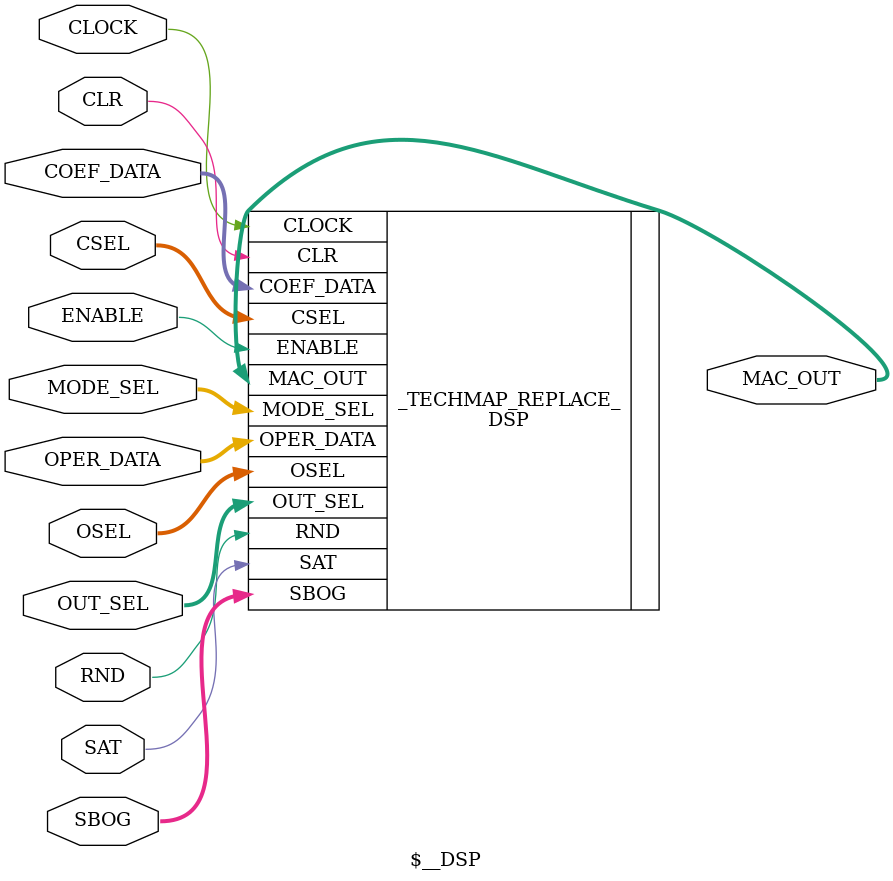
<source format=v>
module \$__RAM (
  RADDR,
  RRLSEL,
  REN,
  RMODE,
  WADDR,
  WDATA,
  WEN,
  WMODE,
  FMODE,
  FFLUSH,
  RCLK,
  WCLK,
  RDATA,
  FFLAGS,
  FIFO_DEPTH,
  ENDIAN,
  POWERDN,
  PROTECT,
  UPAE,
  UPAF,
  SBOG
);

  input [10:0] RADDR, WADDR;
  input [1:0] RRLSEL, RMODE, WMODE;
  input REN, WEN, FFLUSH, RCLK, WCLK;
  input [31:0] WDATA;
  input [1:0] SBOG, ENDIAN, UPAF, UPAE;
  output [31:0] RDATA;
  output [3:0] FFLAGS;
  input [2:0] FIFO_DEPTH;
  input FMODE, POWERDN, PROTECT;

  RAM _TECHMAP_REPLACE_ (
    .RADDR(RADDR),
    .RRLSEL(RRLSEL),
    .REN(REN),
    .RMODE(RMODE),
    .WADDR(WADDR),
    .WDATA(WDATA),
    .WEN(WEN),
    .WMODE(WMODE),
    .FMODE(FMODE),
    .FFLUSH(FFLUSH),
    .RCLK(RCLK),
    .WCLK(WCLK),
    .RDATA(RDATA),
    .FFLAGS(FFLAGS),
    .FIFO_DEPTH(FIFO_DEPTH),
    .ENDIAN(ENDIAN),
    .POWERDN(POWERDN),
    .PROTECT(PROTECT),
    .UPAE(UPAE),
    .UPAF(UPAF),
    .SBOG(SBOG)
  );

endmodule

module \$__DSP (
  MODE_SEL,
  COEF_DATA,
  OPER_DATA,
  OUT_SEL,
  ENABLE,
  CLR,
  RND,
  SAT,
  CLOCK,
  MAC_OUT,
  CSEL,
  OSEL,
  SBOG
);

  input [1:0] MODE_SEL, OUT_SEL;
  input [1:0] CSEL;
  input [1:0] OSEL;
  input [31:0] COEF_DATA, OPER_DATA;
  input ENABLE, CLR, RND, SAT, CLOCK;
  input [1:0] SBOG;
  output [63:0] MAC_OUT;

  DSP _TECHMAP_REPLACE_ (
    .MODE_SEL(MODE_SEL),
    .COEF_DATA(COEF_DATA),
    .OPER_DATA(OPER_DATA),
    .OUT_SEL(OUT_SEL),
    .ENABLE(ENABLE),
    .CLR(CLR),
    .RND(RND),
    .SAT(SAT),
    .CLOCK(CLOCK),
    .MAC_OUT(MAC_OUT),
    .CSEL(CSEL),
    .OSEL(OSEL),
    .SBOG(SBOG)
  );

endmodule

</source>
